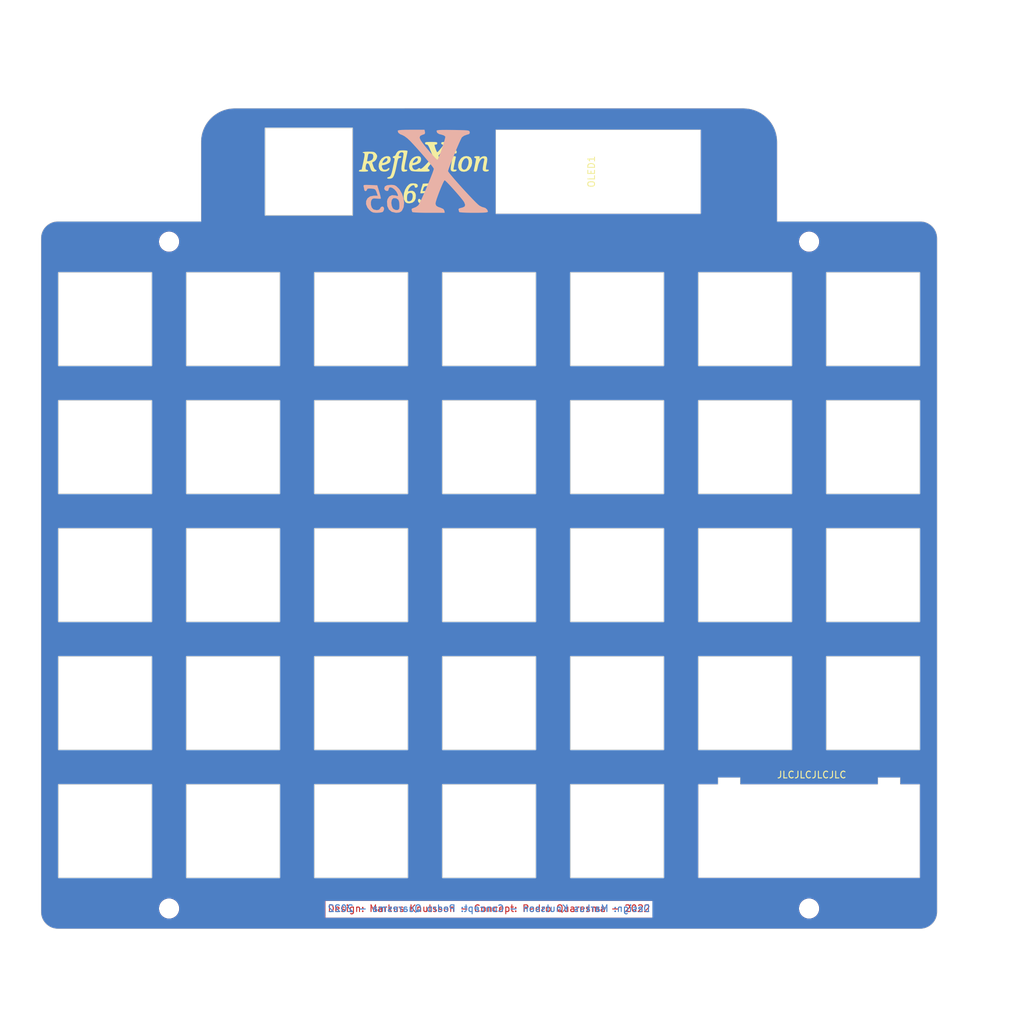
<source format=kicad_pcb>
(kicad_pcb (version 20221018) (generator pcbnew)
  (title_block (title "RefleXion X65 - Front Plate") (date "2024-02-09") (rev "1.10") (company "Tweety's Wild Thinking") (comment 1 "Design: Markus Knutsson <markus.knutsson@tweety.se>") (comment 2 "Concept: Pedro Quaresma <pq@live.ie>") (comment 3 "https://github.com/TweetyDaBird") (comment 4 "Licensed under Creative Commons BY-SA 4.0 International"))
  (layers (0 "F.Cu" signal) (31 "B.Cu" signal) (34 "B.Paste" user) (35 "F.Paste" user) (36 "B.SilkS" user "B.Silkscreen") (37 "F.SilkS" user "F.Silkscreen") (38 "B.Mask" user) (39 "F.Mask" user) (44 "Edge.Cuts" user))
  (net 0 "")
  (footprint "Keyboard_Plate:Spacer Plate hole" (layer "F.Cu") (at 158.515 35.965)
    (fp_text reference "H3" hide)
    (fp_text value "Spacer_PCB" hide)
    (pad "" np_thru_hole circle (at 0 0) (size 2.5 2.5) (drill 2.5) (layers "*.Cu" "*.Mask"))
  )
  (footprint "Keyboard_Plate:SW_MX_Plate_Placeholder_nodrill" (layer "F.Cu") (at 129.94 123.69)
    (fp_text reference "SW33" hide)
    (fp_text value "SW_Push" hide)
    (fp_line (start -6.95 -6.95) (end -6.95 6.95) (stroke (width 0.1)) (layer "Edge.Cuts"))
    (fp_line (start -6.95 6.95) (end 6.95 6.95) (stroke (width 0.1)) (layer "Edge.Cuts"))
    (fp_line (start 6.95 -6.95) (end -6.95 -6.95) (stroke (width 0.1)) (layer "Edge.Cuts"))
    (fp_line (start 6.95 6.95) (end 6.95 -6.95) (stroke (width 0.1)) (layer "Edge.Cuts"))
  )
  (footprint "Keyboard_Plate:SW_MX_Plate_Placeholder_nodrill" (layer "F.Cu") (at 110.89 66.54)
    (fp_text reference "SW11" hide)
    (fp_text value "SW_Push" hide)
    (fp_line (start -6.95 -6.95) (end -6.95 6.95) (stroke (width 0.1)) (layer "Edge.Cuts"))
    (fp_line (start -6.95 6.95) (end 6.95 6.95) (stroke (width 0.1)) (layer "Edge.Cuts"))
    (fp_line (start 6.95 -6.95) (end -6.95 -6.95) (stroke (width 0.1)) (layer "Edge.Cuts"))
    (fp_line (start 6.95 6.95) (end 6.95 -6.95) (stroke (width 0.1)) (layer "Edge.Cuts"))
  )
  (footprint "Keyboard_Plate:SW_MX_Plate_Placeholder_nodrill" (layer "F.Cu") (at 72.79 123.69)
    (fp_text reference "SW30" hide)
    (fp_text value "SW_Push" hide)
    (fp_line (start -6.95 -6.95) (end -6.95 6.95) (stroke (width 0.1)) (layer "Edge.Cuts"))
    (fp_line (start -6.95 6.95) (end 6.95 6.95) (stroke (width 0.1)) (layer "Edge.Cuts"))
    (fp_line (start 6.95 -6.95) (end -6.95 -6.95) (stroke (width 0.1)) (layer "Edge.Cuts"))
    (fp_line (start 6.95 6.95) (end 6.95 -6.95) (stroke (width 0.1)) (layer "Edge.Cuts"))
  )
  (footprint "Keyboard_Plate:SW_MX_Plate_Placeholder_nodrill" (layer "F.Cu") (at 110.89 123.69)
    (fp_text reference "SW32" hide)
    (fp_text value "SW_Push" hide)
    (fp_line (start -6.95 -6.95) (end -6.95 6.95) (stroke (width 0.1)) (layer "Edge.Cuts"))
    (fp_line (start -6.95 6.95) (end 6.95 6.95) (stroke (width 0.1)) (layer "Edge.Cuts"))
    (fp_line (start 6.95 -6.95) (end -6.95 -6.95) (stroke (width 0.1)) (layer "Edge.Cuts"))
    (fp_line (start 6.95 6.95) (end 6.95 -6.95) (stroke (width 0.1)) (layer "Edge.Cuts"))
  )
  (footprint "Keyboard_Plate:SW_MX_Plate_Placeholder_nodrill" (layer "F.Cu") (at 91.84 47.49)
    (fp_text reference "SW3" hide)
    (fp_text value "SW_Push" hide)
    (fp_line (start -6.95 -6.95) (end -6.95 6.95) (stroke (width 0.1)) (layer "Edge.Cuts"))
    (fp_line (start -6.95 6.95) (end 6.95 6.95) (stroke (width 0.1)) (layer "Edge.Cuts"))
    (fp_line (start 6.95 -6.95) (end -6.95 -6.95) (stroke (width 0.1)) (layer "Edge.Cuts"))
    (fp_line (start 6.95 6.95) (end 6.95 -6.95) (stroke (width 0.1)) (layer "Edge.Cuts"))
  )
  (footprint "Keyboard_Plate:Spacer Plate hole" (layer "F.Cu") (at 158.515 135.215)
    (fp_text reference "H4" hide)
    (fp_text value "Spacer_PCB" hide)
    (pad "" np_thru_hole circle (at 0 0) (size 2.5 2.5) (drill 2.5) (layers "*.Cu" "*.Mask"))
  )
  (footprint "Keyboard_Plate:SW_MX_Plate_Placeholder_nodrill" (layer "F.Cu") (at 148.99 104.64)
    (fp_text reference "SW27" hide)
    (fp_text value "SW_Push" hide)
    (fp_line (start -6.95 -6.95) (end -6.95 6.95) (stroke (width 0.1)) (layer "Edge.Cuts"))
    (fp_line (start -6.95 6.95) (end 6.95 6.95) (stroke (width 0.1)) (layer "Edge.Cuts"))
    (fp_line (start 6.95 -6.95) (end -6.95 -6.95) (stroke (width 0.1)) (layer "Edge.Cuts"))
    (fp_line (start 6.95 6.95) (end 6.95 -6.95) (stroke (width 0.1)) (layer "Edge.Cuts"))
  )
  (footprint "Keyboard_Plate:SW_MX_Plate_Placeholder_nodrill" (layer "F.Cu") (at 91.84 123.69)
    (fp_text reference "SW31" hide)
    (fp_text value "SW_Push" hide)
    (fp_line (start -6.95 -6.95) (end -6.95 6.95) (stroke (width 0.1)) (layer "Edge.Cuts"))
    (fp_line (start -6.95 6.95) (end 6.95 6.95) (stroke (width 0.1)) (layer "Edge.Cuts"))
    (fp_line (start 6.95 -6.95) (end -6.95 -6.95) (stroke (width 0.1)) (layer "Edge.Cuts"))
    (fp_line (start 6.95 6.95) (end 6.95 -6.95) (stroke (width 0.1)) (layer "Edge.Cuts"))
  )
  (footprint "Keyboard_Plate:SW_MX_Plate_Placeholder_nodrill" (layer "F.Cu") (at 148.99 66.54)
    (fp_text reference "SW13" hide)
    (fp_text value "SW_Push" hide)
    (fp_line (start -6.95 -6.95) (end -6.95 6.95) (stroke (width 0.1)) (layer "Edge.Cuts"))
    (fp_line (start -6.95 6.95) (end 6.95 6.95) (stroke (width 0.1)) (layer "Edge.Cuts"))
    (fp_line (start 6.95 -6.95) (end -6.95 -6.95) (stroke (width 0.1)) (layer "Edge.Cuts"))
    (fp_line (start 6.95 6.95) (end 6.95 -6.95) (stroke (width 0.1)) (layer "Edge.Cuts"))
  )
  (footprint "Keyboard_Plate:SW_MX_Plate_Placeholder_nodrill" (layer "F.Cu") (at 53.74 66.54)
    (fp_text reference "SW8" hide)
    (fp_text value "SW_Push" hide)
    (fp_line (start -6.95 -6.95) (end -6.95 6.95) (stroke (width 0.1)) (layer "Edge.Cuts"))
    (fp_line (start -6.95 6.95) (end 6.95 6.95) (stroke (width 0.1)) (layer "Edge.Cuts"))
    (fp_line (start 6.95 -6.95) (end -6.95 -6.95) (stroke (width 0.1)) (layer "Edge.Cuts"))
    (fp_line (start 6.95 6.95) (end 6.95 -6.95) (stroke (width 0.1)) (layer "Edge.Cuts"))
  )
  (footprint "Keyboard_Plate:SW_MX_Plate_Placeholder_nodrill" (layer "F.Cu") (at 72.79 66.54)
    (fp_text reference "SW9" hide)
    (fp_text value "SW_Push" hide)
    (fp_line (start -6.95 -6.95) (end -6.95 6.95) (stroke (width 0.1)) (layer "Edge.Cuts"))
    (fp_line (start -6.95 6.95) (end 6.95 6.95) (stroke (width 0.1)) (layer "Edge.Cuts"))
    (fp_line (start 6.95 -6.95) (end -6.95 -6.95) (stroke (width 0.1)) (layer "Edge.Cuts"))
    (fp_line (start 6.95 6.95) (end 6.95 -6.95) (stroke (width 0.1)) (layer "Edge.Cuts"))
  )
  (footprint "Keyboard_Plate:SW_MX_Plate_Placeholder_nodrill" (layer "F.Cu") (at 148.99 85.59)
    (fp_text reference "SW20" hide)
    (fp_text value "SW_Push" hide)
    (fp_line (start -6.95 -6.95) (end -6.95 6.95) (stroke (width 0.1)) (layer "Edge.Cuts"))
    (fp_line (start -6.95 6.95) (end 6.95 6.95) (stroke (width 0.1)) (layer "Edge.Cuts"))
    (fp_line (start 6.95 -6.95) (end -6.95 -6.95) (stroke (width 0.1)) (layer "Edge.Cuts"))
    (fp_line (start 6.95 6.95) (end 6.95 -6.95) (stroke (width 0.1)) (layer "Edge.Cuts"))
  )
  (footprint "Keyboard_Plate:SW_MX_Plate_Placeholder_nodrill" (layer "F.Cu") (at 110.89 85.59)
    (fp_text reference "SW18" hide)
    (fp_text value "SW_Push" hide)
    (fp_line (start -6.95 -6.95) (end -6.95 6.95) (stroke (width 0.1)) (layer "Edge.Cuts"))
    (fp_line (start -6.95 6.95) (end 6.95 6.95) (stroke (width 0.1)) (layer "Edge.Cuts"))
    (fp_line (start 6.95 -6.95) (end -6.95 -6.95) (stroke (width 0.1)) (layer "Edge.Cuts"))
    (fp_line (start 6.95 6.95) (end 6.95 -6.95) (stroke (width 0.1)) (layer "Edge.Cuts"))
  )
  (footprint "Keyboard_Plate:SW_MX_Plate_Placeholder_nodrill" (layer "F.Cu") (at 129.94 66.54)
    (fp_text reference "SW12" hide)
    (fp_text value "SW_Push" hide)
    (fp_line (start -6.95 -6.95) (end -6.95 6.95) (stroke (width 0.1)) (layer "Edge.Cuts"))
    (fp_line (start -6.95 6.95) (end 6.95 6.95) (stroke (width 0.1)) (layer "Edge.Cuts"))
    (fp_line (start 6.95 -6.95) (end -6.95 -6.95) (stroke (width 0.1)) (layer "Edge.Cuts"))
    (fp_line (start 6.95 6.95) (end 6.95 -6.95) (stroke (width 0.1)) (layer "Edge.Cuts"))
  )
  (footprint "Keyboard_Plate:Spacer Plate hole" (layer "F.Cu") (at 63.265 35.965)
    (fp_text reference "H1" hide)
    (fp_text value "Spacer_PCB" hide)
    (pad "" np_thru_hole circle (at 0 0) (size 2.5 2.5) (drill 2.5) (layers "*.Cu" "*.Mask"))
  )
  (footprint "Keyboard_Plate:SW_MX_Plate_Placeholder_nodrill" (layer "F.Cu") (at 110.89 47.49)
    (fp_text reference "SW4" hide)
    (fp_text value "SW_Push" hide)
    (fp_line (start -6.95 -6.95) (end -6.95 6.95) (stroke (width 0.1)) (layer "Edge.Cuts"))
    (fp_line (start -6.95 6.95) (end 6.95 6.95) (stroke (width 0.1)) (layer "Edge.Cuts"))
    (fp_line (start 6.95 -6.95) (end -6.95 -6.95) (stroke (width 0.1)) (layer "Edge.Cuts"))
    (fp_line (start 6.95 6.95) (end 6.95 -6.95) (stroke (width 0.1)) (layer "Edge.Cuts"))
  )
  (footprint "Logotypes:RefleXion 652" (layer "F.Cu") (at 101.07 25.55)
    (fp_text reference "G***" hide)
    (fp_text value "LOGO" hide)
    (fp_poly (pts (xy 4.948081 -3.133288) (xy 5.0023 -2.972048) (xy 5.003031 -2.93447) (xy 4.962526 -2.750599) (xy 4.806804 -2.694622) (xy 4.772794 -2.693939) (xy 4.578038 -2.7384) (xy 4.49833 -2.814205) (xy 4.491573 -3.033008) (xy 4.642838 -3.157833) (xy 4.770518 -3.175)) (fill solid) (layer "F.SilkS"))
    (fp_poly (pts (xy 4.740526 -2.300615) (xy 4.858043 -2.258326) (xy 4.87317 -2.156938) (xy 4.860253 -2.092614) (xy 4.791011 -1.779664) (xy 4.7133 -1.406547) (xy 4.637401 -1.025702) (xy 4.573598 -0.689571) (xy 4.532173 -0.450594) (xy 4.52197 -0.367342) (xy 4.6018 -0.307247) (xy 4.7625 -0.312184) (xy 4.955177 -0.309011) (xy 5.003031 -0.237482) (xy 4.923011 -0.094406) (xy 4.728013 -0.016195) (xy 4.485625 -0.006921) (xy 4.263439 -0.070655) (xy 4.140808 -0.185536) (xy 4.097992 -0.371952) (xy 4.11397 -0.682817) (xy 4.185513 -1.123604) (xy 4.264444 -1.539563) (xy 4.3081 -1.801788) (xy 4.316471 -1.94571) (xy 4.289546 -2.00676) (xy 4.227312 -2.020369) (xy 4.185228 -2.020455) (xy 4.057673 -2.097469) (xy 4.040909 -2.164773) (xy 4.097346 -2.259714) (xy 4.289399 -2.303094) (xy 4.475697 -2.309091)) (fill solid) (layer "F.SilkS"))
    (fp_poly (pts (xy 6.786528 -2.274354) (xy 7.073144 -2.100694) (xy 7.112714 -2.055586) (xy 7.274499 -1.70462) (xy 7.295062 -1.283918) (xy 7.183754 -0.843557) (xy 6.949925 -0.433613) (xy 6.773785 -0.240458) (xy 6.454628 -0.050163) (xy 6.082415 0.018209) (xy 5.721049 -0.034737) (xy 5.434432 -0.208397) (xy 5.394862 -0.253505) (xy 5.233077 -0.604471) (xy 5.212514 -1.025173) (xy 5.212605 -1.025532) (xy 5.729648 -1.025532) (xy 5.732361 -0.678482) (xy 5.770926 -0.533905) (xy 5.926191 -0.335834) (xy 6.147282 -0.287079) (xy 6.378018 -0.388154) (xy 6.50189 -0.52722) (xy 6.682562 -0.891695) (xy 6.770574 -1.262329) (xy 6.768632 -1.598401) (xy 6.67944 -1.859193) (xy 6.505702 -2.003986) (xy 6.402706 -2.020455) (xy 6.175224 -1.932761) (xy 5.972764 -1.703694) (xy 5.817011 -1.384277) (xy 5.729648 -1.025532) (xy 5.212605 -1.025532) (xy 5.323822 -1.465534) (xy 5.557651 -1.875478) (xy 5.733791 -2.068633) (xy 6.052948 -2.258928) (xy 6.425161 -2.3273)) (fill solid) (layer "F.SilkS"))
    (fp_poly (pts (xy -5.12861 -2.300011) (xy -4.92606 -2.193636) (xy -4.82404 -1.97241) (xy -4.831767 -1.685259) (xy -4.941939 -1.418986) (xy -4.996783 -1.353217) (xy -5.220077 -1.204994) (xy -5.543199 -1.069051) (xy -5.874815 -0.97967) (xy -6.03731 -0.962658) (xy -6.138601 -0.920377) (xy -6.140471 -0.772806) (xy -6.063745 -0.53543) (xy -5.933852 -0.344767) (xy -5.705337 -0.288736) (xy -5.690677 -0.288636) (xy -5.445801 -0.335685) (xy -5.291666 -0.432955) (xy -5.134643 -0.561808) (xy -5.026888 -0.542688) (xy -5.00303 -0.447866) (xy -5.088028 -0.244903) (xy -5.307481 -0.096157) (xy -5.608081 -0.01376) (xy -5.936516 -0.009845) (xy -6.239479 -0.096541) (xy -6.324751 -0.147084) (xy -6.532569 -0.400845) (xy -6.619 -0.751747) (xy -6.589637 -1.15235) (xy -6.527428 -1.331924) (xy -6.061004 -1.331924) (xy -5.988648 -1.296174) (xy -5.815979 -1.332545) (xy -5.610942 -1.419799) (xy -5.460038 -1.519768) (xy -5.3185 -1.711679) (xy -5.301276 -1.893905) (xy -5.405365 -2.007443) (xy -5.485505 -2.020455) (xy -5.641063 -1.945188) (xy -5.825773 -1.763775) (xy -5.983984 -1.542801) (xy -6.060042 -1.348848) (xy -6.061004 -1.331924) (xy -6.527428 -1.331924) (xy -6.450074 -1.555215) (xy -6.205904 -1.912903) (xy -6.104933 -2.011531) (xy -5.789033 -2.211095) (xy -5.443403 -2.310373)) (fill solid) (layer "F.SilkS"))
    (fp_poly (pts (xy 1.310127 1.745864) (xy 1.411112 1.780093) (xy 1.42922 1.852514) (xy 1.408728 1.944026) (xy 1.360904 2.168892) (xy 1.348284 2.285038) (xy 1.269472 2.391612) (xy 1.202652 2.405303) (xy 1.076354 2.327875) (xy 1.058334 2.255713) (xy 1.01693 2.164135) (xy 0.864743 2.128975) (xy 0.610504 2.135448) (xy 0.332028 2.165601) (xy 0.178756 2.238999) (xy 0.083487 2.401458) (xy 0.038268 2.525568) (xy -0.086139 2.886364) (xy 0.325008 2.886364) (xy 0.718988 2.961311) (xy 0.996961 3.161974) (xy 1.146787 3.452085) (xy 1.156324 3.795377) (xy 1.013433 4.155581) (xy 0.827425 4.387273) (xy 0.607667 4.58343) (xy 0.404212 4.680708) (xy 0.130585 4.712517) (xy -0.019242 4.714394) (xy -0.332507 4.694144) (xy -0.572824 4.642235) (xy -0.654242 4.598939) (xy -0.74745 4.414639) (xy -0.769697 4.262197) (xy -0.705555 4.089454) (xy -0.563182 4.03825) (xy -0.417658 4.113836) (xy -0.356971 4.233333) (xy -0.231701 4.379101) (xy 0.003253 4.428617) (xy 0.286674 4.374061) (xy 0.387034 4.328376) (xy 0.54392 4.149861) (xy 0.632502 3.866975) (xy 0.636869 3.560502) (xy 0.576572 3.366114) (xy 0.475686 3.232786) (xy 0.323525 3.183833) (xy 0.052792 3.198256) (xy 0.042388 3.19942) (xy -0.22131 3.21953) (xy -0.391922 3.214558) (xy -0.418944 3.205046) (xy -0.413037 3.099812) (xy -0.35934 2.859662) (xy -0.268941 2.532877) (xy -0.250558 2.471647) (xy -0.040496 1.779924) (xy 0.713681 1.751602) (xy 1.089804 1.739732)) (fill solid) (layer "F.SilkS"))
    (fp_poly (pts (xy -1.07053 1.775704) (xy -0.840924 1.908117) (xy -0.779335 2.130188) (xy -0.786788 2.184204) (xy -0.897361 2.333336) (xy -1.035263 2.387942) (xy -1.204191 2.369377) (xy -1.250757 2.220455) (xy -1.250757 2.21957) (xy -1.307281 2.047413) (xy -1.45297 2.003163) (xy -1.651999 2.068422) (xy -1.868542 2.224793) (xy -2.066775 2.453882) (xy -2.199897 2.70697) (xy -2.254141 2.871998) (xy -2.215477 2.92224) (xy -2.0442 2.883107) (xy -1.963267 2.858429) (xy -1.606113 2.83174) (xy -1.318438 2.971229) (xy -1.130511 3.254683) (xy -1.07584 3.509624) (xy -1.106321 3.99774) (xy -1.280834 4.370526) (xy -1.587406 4.613659) (xy -2.014063 4.712816) (xy -2.082985 4.714394) (xy -2.385602 4.684339) (xy -2.588689 4.569882) (xy -2.686956 4.460889) (xy -2.852119 4.10839) (xy -2.860444 4.030911) (xy -2.394872 4.030911) (xy -2.377346 4.250014) (xy -2.366286 4.292446) (xy -2.235952 4.406896) (xy -2.024688 4.414926) (xy -1.805742 4.325245) (xy -1.689167 4.211926) (xy -1.587339 3.969934) (xy -1.539847 3.666727) (xy -1.539394 3.638038) (xy -1.596187 3.321398) (xy -1.756606 3.158461) (xy -2.005711 3.160254) (xy -2.122759 3.20753) (xy -2.283496 3.332249) (xy -2.363638 3.540169) (xy -2.38732 3.741477) (xy -2.394872 4.030911) (xy -2.860444 4.030911) (xy -2.900303 3.659969) (xy -2.839668 3.165879) (xy -2.678371 2.676373) (xy -2.424573 2.241705) (xy -2.303529 2.099211) (xy -2.072076 1.877901) (xy -1.871709 1.769051) (xy -1.614505 1.733915) (xy -1.469859 1.731818)) (fill solid) (layer "F.SilkS"))
    (fp_poly (pts (xy 9.353302 -2.266293) (xy 9.50413 -2.123375) (xy 9.554621 -1.858546) (xy 9.512487 -1.450018) (xy 9.47173 -1.242913) (xy 9.382275 -0.801029) (xy 9.342377 -0.516636) (xy 9.353695 -0.360858) (xy 9.417887 -0.304819) (xy 9.524904 -0.316489) (xy 9.707511 -0.313735) (xy 9.791681 -0.226794) (xy 9.735715 -0.108609) (xy 9.705698 -0.086929) (xy 9.454627 -0.008503) (xy 9.173538 -0.025954) (xy 8.959787 -0.131478) (xy 8.944742 -0.147915) (xy 8.884883 -0.264729) (xy 8.871217 -0.446514) (xy 8.903795 -0.740101) (xy 8.945625 -0.989771) (xy 9.012347 -1.346613) (xy 9.072044 -1.635232) (xy 9.112589 -1.797285) (xy 9.114692 -1.803166) (xy 9.077821 -1.930527) (xy 8.990784 -1.987599) (xy 8.793406 -1.969236) (xy 8.584905 -1.796502) (xy 8.390955 -1.503902) (xy 8.237234 -1.125936) (xy 8.17988 -0.89793) (xy 8.09456 -0.481593) (xy 8.027304 -0.219009) (xy 7.960658 -0.07481) (xy 7.877169 -0.013631) (xy 7.759384 -0.000105) (xy 7.73676 0) (xy 7.566707 -0.030121) (xy 7.539116 -0.155598) (xy 7.551111 -0.216477) (xy 7.616858 -0.513688) (xy 7.69266 -0.876722) (xy 7.768136 -1.252983) (xy 7.832906 -1.589872) (xy 7.876589 -1.834792) (xy 7.889394 -1.930532) (xy 7.811372 -2.01034) (xy 7.745076 -2.020455) (xy 7.617521 -2.097469) (xy 7.600758 -2.164773) (xy 7.656638 -2.259262) (xy 7.847172 -2.302768) (xy 8.040196 -2.309091) (xy 8.30607 -2.300867) (xy 8.422469 -2.260862) (xy 8.432144 -2.166079) (xy 8.415546 -2.107169) (xy 8.351459 -1.905246) (xy 8.553381 -2.107169) (xy 8.851072 -2.276059) (xy 9.094427 -2.309091)) (fill solid) (layer "F.SilkS"))
    (fp_poly (pts (xy -2.62831 -3.162058) (xy -2.394519 -3.12758) (xy -2.309091 -3.079142) (xy -2.328113 -2.952229) (xy -2.379893 -2.677765) (xy -2.456502 -2.29627) (xy -2.549126 -1.852438) (xy -2.669645 -1.270446) (xy -2.746493 -0.85094) (xy -2.780207 -0.569127) (xy -2.771323 -0.400215) (xy -2.72038 -0.319414) (xy -2.627914 -0.30193) (xy -2.582617 -0.306642) (xy -2.39086 -0.283787) (xy -2.34062 -0.184583) (xy -2.444435 -0.075483) (xy -2.533 -0.043681) (xy -2.846409 0.009458) (xy -3.065495 -0.025034) (xy -3.196452 -0.164971) (xy -3.245478 -0.428167) (xy -3.218769 -0.832435) (xy -3.12252 -1.39559) (xy -3.078257 -1.611267) (xy -2.996213 -2.036252) (xy -2.940082 -2.399429) (xy -2.916197 -2.654632) (xy -2.922597 -2.745801) (xy -3.054914 -2.874461) (xy -3.256201 -2.885139) (xy -3.453628 -2.789929) (xy -3.562229 -2.63957) (xy -3.638026 -2.421773) (xy -3.622476 -2.329802) (xy -3.491981 -2.30938) (xy -3.41855 -2.309091) (xy -3.247866 -2.275819) (xy -3.236419 -2.164773) (xy -3.365844 -2.050148) (xy -3.508544 -2.020455) (xy -3.605123 -2.005974) (xy -3.680097 -1.941225) (xy -3.746255 -1.794243) (xy -3.816386 -1.533066) (xy -3.903278 -1.125729) (xy -3.940282 -0.941381) (xy -4.090486 -0.245925) (xy -4.231327 0.275979) (xy -4.369334 0.642547) (xy -4.511034 0.871994) (xy -4.623426 0.964928) (xy -4.837561 1.036421) (xy -5.07559 1.058964) (xy -5.273253 1.034888) (xy -5.36629 0.966521) (xy -5.364307 0.938068) (xy -5.247608 0.828997) (xy -5.115548 0.787031) (xy -4.979816 0.74437) (xy -4.868348 0.642677) (xy -4.769342 0.454381) (xy -4.670997 0.151913) (xy -4.561508 -0.292299) (xy -4.465976 -0.730358) (xy -4.357686 -1.244714) (xy -4.287168 -1.600164) (xy -4.252409 -1.826069) (xy -4.251402 -1.951788) (xy -4.282134 -2.006683) (xy -4.342597 -2.020115) (xy -4.377651 -2.020455) (xy -4.505206 -2.097469) (xy -4.521969 -2.164773) (xy -4.442264 -2.283041) (xy -4.336029 -2.309091) (xy -4.158514 -2.394087) (xy -4.08444 -2.525568) (xy -3.96973 -2.758477) (xy -3.820655 -2.958523) (xy -3.682287 -3.077673) (xy -3.504623 -3.14369) (xy -3.230443 -3.171064) (xy -2.965804 -3.175)) (fill solid) (layer "F.SilkS"))
    (fp_poly (pts (xy -7.711001 -2.977285) (xy -7.443693 -2.953823) (xy -7.26721 -2.900807) (xy -7.130809 -2.806854) (xy -7.067217 -2.746419) (xy -6.904532 -2.527939) (xy -6.831375 -2.319436) (xy -6.83106 -2.308686) (xy -6.896813 -1.997092) (xy -7.06309 -1.7083) (xy -7.283421 -1.513998) (xy -7.367715 -1.480811) (xy -7.539148 -1.394055) (xy -7.565252 -1.297008) (xy -7.509836 -1.133293) (xy -7.427197 -0.869549) (xy -7.395744 -0.765617) (xy -7.274325 -0.481346) (xy -7.130803 -0.323691) (xy -7.100245 -0.311427) (xy -6.938082 -0.221538) (xy -6.936242 -0.111277) (xy -7.073516 -0.024099) (xy -7.252234 0) (xy -7.491415 -0.023784) (xy -7.656407 -0.120374) (xy -7.781918 -0.327632) (xy -7.902659 -0.683417) (xy -7.913777 -0.721591) (xy -8.030942 -1.040174) (xy -8.160192 -1.199552) (xy -8.246739 -1.23169) (xy -8.395212 -1.206845) (xy -8.480548 -1.046303) (xy -8.501749 -0.95508) (xy -8.557466 -0.597346) (xy -8.543156 -0.389375) (xy -8.452558 -0.299376) (xy -8.370454 -0.288636) (xy -8.213745 -0.228478) (xy -8.17803 -0.144318) (xy -8.215935 -0.068057) (xy -8.352873 -0.02336) (xy -8.623681 -0.003228) (xy -8.896601 0) (xy -9.266147 -0.005925) (xy -9.476961 -0.028553) (xy -9.562507 -0.075167) (xy -9.559793 -0.144318) (xy -9.428586 -0.266003) (xy -9.322282 -0.288636) (xy -9.171322 -0.303466) (xy -9.140151 -0.322169) (xy -9.120609 -0.423683) (xy -9.067465 -0.674686) (xy -8.988948 -1.036844) (xy -8.897902 -1.450953) (xy -8.851382 -1.671412) (xy -8.340382 -1.671412) (xy -8.320519 -1.561764) (xy -8.141301 -1.552901) (xy -7.807436 -1.645054) (xy -7.806959 -1.64522) (xy -7.5377 -1.822256) (xy -7.417761 -2.116634) (xy -7.424412 -2.41957) (xy -7.485395 -2.578753) (xy -7.646424 -2.65437) (xy -7.805544 -2.674997) (xy -8.017584 -2.683774) (xy -8.128937 -2.632168) (xy -8.186334 -2.472935) (xy -8.222185 -2.253795) (xy -8.273062 -1.956188) (xy -8.323032 -1.728163) (xy -8.340382 -1.671412) (xy -8.851382 -1.671412) (xy -8.785634 -1.982994) (xy -8.723386 -2.355781) (xy -8.711244 -2.595894) (xy -8.749296 -2.729911) (xy -8.837628 -2.784411) (xy -8.902279 -2.790152) (xy -9.004184 -2.836046) (xy -8.995833 -2.886364) (xy -8.878534 -2.930191) (xy -8.617465 -2.963563) (xy -8.261212 -2.981141) (xy -8.119872 -2.982576)) (fill solid) (layer "F.SilkS"))
    (fp_poly (pts (xy 3.858711 -4.418934) (xy 4.095806 -4.39421) (xy 4.209019 -4.345204) (xy 4.233334 -4.281715) (xy 4.153336 -4.146587) (xy 3.960237 -4.019941) (xy 3.953811 -4.017132) (xy 3.771978 -3.896906) (xy 3.504442 -3.668764) (xy 3.192376 -3.369465) (xy 2.975088 -3.143346) (xy 2.275886 -2.390101) (xy 2.657031 -1.459634) (xy 2.879545 -0.954864) (xy 3.06396 -0.623658) (xy 3.217995 -0.452688) (xy 3.250906 -0.434193) (xy 3.416202 -0.297248) (xy 3.463637 -0.16961) (xy 3.443558 -0.09052) (xy 3.36012 -0.040442) (xy 3.178524 -0.012968) (xy 2.863968 -0.00169) (xy 2.542567 0) (xy 2.115293 -0.003358) (xy 1.846807 -0.017672) (xy 1.703525 -0.049303) (xy 1.651864 -0.104611) (xy 1.653588 -0.168371) (xy 1.763389 -0.313797) (xy 1.901173 -0.367487) (xy 2.041177 -0.409819) (xy 2.100799 -0.508247) (xy 2.080182 -0.697067) (xy 1.979473 -1.010577) (xy 1.904737 -1.210168) (xy 1.692808 -1.763974) (xy 1.183147 -1.203154) (xy 0.871621 -0.83597) (xy 0.708655 -0.581359) (xy 0.691456 -0.43307) (xy 0.817234 -0.384849) (xy 0.817803 -0.384848) (xy 0.935346 -0.304693) (xy 0.962122 -0.192966) (xy 0.951795 -0.115575) (xy 0.900644 -0.06255) (xy 0.778415 -0.029498) (xy 0.554849 -0.012023) (xy 0.199693 -0.005733) (xy -0.317311 -0.006233) (xy -0.323494 -0.006258) (xy -0.902533 -0.014573) (xy -1.317924 -0.035997) (xy -1.598166 -0.073337) (xy -1.771759 -0.1294) (xy -1.810941 -0.152799) (xy -2.014303 -0.403472) (xy -2.097791 -0.752115) (xy -2.067258 -1.151024) (xy -2.004759 -1.331924) (xy -1.539034 -1.331924) (xy -1.466678 -1.296174) (xy -1.294009 -1.332545) (xy -1.088973 -1.419799) (xy -0.938068 -1.519768) (xy -0.79653 -1.711679) (xy -0.779306 -1.893905) (xy -0.883395 -2.007443) (xy -0.963535 -2.020455) (xy -1.119093 -1.945188) (xy -1.303803 -1.763775) (xy -1.462014 -1.542801) (xy -1.538072 -1.348848) (xy -1.539034 -1.331924) (xy -2.004759 -1.331924) (xy -1.928554 -1.552497) (xy -1.68753 -1.90883) (xy -1.582963 -2.011531) (xy -1.267063 -2.211095) (xy -0.921434 -2.310373) (xy -0.606641 -2.300011) (xy -0.404091 -2.193636) (xy -0.30207 -1.97241) (xy -0.309798 -1.685259) (xy -0.419969 -1.418986) (xy -0.474813 -1.353217) (xy -0.698107 -1.204994) (xy -1.021229 -1.069051) (xy -1.352845 -0.97967) (xy -1.515341 -0.962658) (xy -1.616632 -0.920377) (xy -1.618501 -0.772806) (xy -1.541775 -0.53543) (xy -1.382003 -0.343765) (xy -1.136862 -0.285601) (xy -0.865187 -0.367029) (xy -0.747346 -0.453182) (xy -0.597157 -0.557231) (xy -0.504235 -0.516154) (xy -0.487422 -0.491354) (xy -0.400098 -0.422193) (xy -0.266726 -0.449437) (xy -0.070402 -0.585703) (xy 0.205781 -0.843605) (xy 0.578729 -1.235757) (xy 0.725726 -1.396566) (xy 1.474674 -2.221519) (xy 1.154214 -3.010949) (xy 0.96901 -3.456819) (xy 0.83113 -3.752558) (xy 0.720545 -3.928288) (xy 0.617223 -4.014128) (xy 0.501134 -4.040199) (xy 0.46928 -4.040909) (xy 0.31715 -4.114421) (xy 0.288637 -4.233333) (xy 0.302439 -4.322768) (xy 0.36764 -4.379213) (xy 0.519936 -4.410182) (xy 0.79502 -4.423191) (xy 1.202652 -4.425758) (xy 1.627466 -4.422852) (xy 1.895579 -4.409125) (xy 2.042684 -4.377063) (xy 2.104476 -4.31915) (xy 2.116667 -4.233333) (xy 2.047713 -4.071093) (xy 1.940278 -4.040909) (xy 1.764486 -4.015929) (xy 1.712169 -3.989188) (xy 1.714625 -3.880702) (xy 1.772185 -3.661021) (xy 1.862798 -3.391467) (xy 1.96441 -3.133365) (xy 2.054968 -2.948038) (xy 2.10621 -2.893447) (xy 2.203626 -2.968307) (xy 2.374781 -3.148854) (xy 2.578964 -3.386088) (xy 2.775465 -3.631008) (xy 2.923571 -3.834616) (xy 2.982573 -3.947909) (xy 2.982576 -3.948257) (xy 2.904594 -4.030474) (xy 2.838258 -4.040909) (xy 2.720726 -4.121121) (xy 2.69394 -4.233333) (xy 2.710009 -4.329207) (xy 2.784021 -4.386667) (xy 2.954683 -4.415389) (xy 3.2607 -4.42505) (xy 3.463637 -4.425758)) (fill solid) (layer "F.SilkS"))
  )
  (footprint "Keyboard_Plate:SW_MX_Plate_Placeholder_nodrill" (layer "F.Cu") (at 72.79 85.59)
    (fp_text reference "SW16" hide)
    (fp_text value "SW_Push" hide)
    (fp_line (start -6.95 -6.95) (end -6.95 6.95) (stroke (width 0.1)) (layer "Edge.Cuts"))
    (fp_line (start -6.95 6.95) (end 6.95 6.95) (stroke (width 0.1)) (layer "Edge.Cuts"))
    (fp_line (start 6.95 -6.95) (end -6.95 -6.95) (stroke (width 0.1)) (layer "Edge.Cuts"))
    (fp_line (start 6.95 6.95) (end 6.95 -6.95) (stroke (width 0.1)) (layer "Edge.Cuts"))
  )
  (footprint "Keyboard_Plate:SW_MX_Plate_Placeholder_nodrill" (layer "F.Cu") (at 91.84 85.59)
    (fp_text reference "SW17" hide)
    (fp_text value "SW_Push" hide)
    (fp_line (start -6.95 -6.95) (end -6.95 6.95) (stroke (width 0.1)) (layer "Edge.Cuts"))
    (fp_line (start -6.95 6.95) (end 6.95 6.95) (stroke (width 0.1)) (layer "Edge.Cuts"))
    (fp_line (start 6.95 -6.95) (end -6.95 -6.95) (stroke (width 0.1)) (layer "Edge.Cuts"))
    (fp_line (start 6.95 6.95) (end 6.95 -6.95) (stroke (width 0.1)) (layer "Edge.Cuts"))
  )
  (footprint "Keyboard_Plate:SW_MX_Plate_Placeholder_nodrill" (layer "F.Cu") (at 53.74 85.59)
    (fp_text reference "SW15" hide)
    (fp_text value "SW_Push" hide)
    (fp_line (start -6.95 -6.95) (end -6.95 6.95) (stroke (width 0.1)) (layer "Edge.Cuts"))
    (fp_line (start -6.95 6.95) (end 6.95 6.95) (stroke (width 0.1)) (layer "Edge.Cuts"))
    (fp_line (start 6.95 -6.95) (end -6.95 -6.95) (stroke (width 0.1)) (layer "Edge.Cuts"))
    (fp_line (start 6.95 6.95) (end 6.95 -6.95) (stroke (width 0.1)) (layer "Edge.Cuts"))
  )
  (footprint "Keyboard_Plate:SW_MX_Plate_Placeholder_nodrill" (layer "F.Cu") (at 168.04 104.64)
    (fp_text reference "SW28" hide)
    (fp_text value "SW_Push" hide)
    (fp_line (start -6.95 -6.95) (end -6.95 6.95) (stroke (width 0.1)) (layer "Edge.Cuts"))
    (fp_line (start -6.95 6.95) (end 6.95 6.95) (stroke (width 0.1)) (layer "Edge.Cuts"))
    (fp_line (start 6.95 -6.95) (end -6.95 -6.95) (stroke (width 0.1)) (layer "Edge.Cuts"))
    (fp_line (start 6.95 6.95) (end 6.95 -6.95) (stroke (width 0.1)) (layer "Edge.Cuts"))
  )
  (footprint "Keyboard_Plate:SW_MX_Plate_Placeholder_nodrill" (layer "F.Cu") (at 72.79 104.64)
    (fp_text reference "SW23" hide)
    (fp_text value "SW_Push" hide)
    (fp_line (start -6.95 -6.95) (end -6.95 6.95) (stroke (width 0.1)) (layer "Edge.Cuts"))
    (fp_line (start -6.95 6.95) (end 6.95 6.95) (stroke (width 0.1)) (layer "Edge.Cuts"))
    (fp_line (start 6.95 -6.95) (end -6.95 -6.95) (stroke (width 0.1)) (layer "Edge.Cuts"))
    (fp_line (start 6.95 6.95) (end 6.95 -6.95) (stroke (width 0.1)) (layer "Edge.Cuts"))
  )
  (footprint "Keyboard_Plate:SW_MX_Plate_Placeholder_nodrill" (layer "F.Cu") (at 168.04 66.54)
    (fp_text reference "SW14" hide)
    (fp_text value "SW_Push" hide)
    (fp_line (start -6.95 -6.95) (end -6.95 6.95) (stroke (width 0.1)) (layer "Edge.Cuts"))
    (fp_line (start -6.95 6.95) (end 6.95 6.95) (stroke (width 0.1)) (layer "Edge.Cuts"))
    (fp_line (start 6.95 -6.95) (end -6.95 -6.95) (stroke (width 0.1)) (layer "Edge.Cuts"))
    (fp_line (start 6.95 6.95) (end 6.95 -6.95) (stroke (width 0.1)) (layer "Edge.Cuts"))
  )
  (footprint "Keyboard_Plate:SW_MX_Plate_Placeholder_nodrill" (layer "F.Cu") (at 129.94 85.59)
    (fp_text reference "SW19" hide)
    (fp_text value "SW_Push" hide)
    (fp_line (start -6.95 -6.95) (end -6.95 6.95) (stroke (width 0.1)) (layer "Edge.Cuts"))
    (fp_line (start -6.95 6.95) (end 6.95 6.95) (stroke (width 0.1)) (layer "Edge.Cuts"))
    (fp_line (start 6.95 -6.95) (end -6.95 -6.95) (stroke (width 0.1)) (layer "Edge.Cuts"))
    (fp_line (start 6.95 6.95) (end 6.95 -6.95) (stroke (width 0.1)) (layer "Edge.Cuts"))
  )
  (footprint "Keyboard_Plate:SW_MX_Plate_Placeholder_nodrill" (layer "F.Cu") (at 72.79 47.49)
    (fp_text reference "SW2" hide)
    (fp_text value "SW_Push" hide)
    (fp_line (start -6.95 -6.95) (end -6.95 6.95) (stroke (width 0.1)) (layer "Edge.Cuts"))
    (fp_line (start -6.95 6.95) (end 6.95 6.95) (stroke (width 0.1)) (layer "Edge.Cuts"))
    (fp_line (start 6.95 -6.95) (end -6.95 -6.95) (stroke (width 0.1)) (layer "Edge.Cuts"))
    (fp_line (start 6.95 6.95) (end 6.95 -6.95) (stroke (width 0.1)) (layer "Edge.Cuts"))
  )
  (footprint "Keyboard_Plate:SW_MX_Plate_Placeholder_nodrill" (layer "F.Cu") (at 110.89 104.64)
    (fp_text reference "SW25" hide)
    (fp_text value "SW_Push" hide)
    (fp_line (start -6.95 -6.95) (end -6.95 6.95) (stroke (width 0.1)) (layer "Edge.Cuts"))
    (fp_line (start -6.95 6.95) (end 6.95 6.95) (stroke (width 0.1)) (layer "Edge.Cuts"))
    (fp_line (start 6.95 -6.95) (end -6.95 -6.95) (stroke (width 0.1)) (layer "Edge.Cuts"))
    (fp_line (start 6.95 6.95) (end 6.95 -6.95) (stroke (width 0.1)) (layer "Edge.Cuts"))
  )
  (footprint "Keyboard_Plate:SW_MX_Plate_Placeholder_nodrill" (layer "F.Cu") (at 168.04 47.49)
    (fp_text reference "SW7" hide)
    (fp_text value "SW_Push" hide)
    (fp_line (start -6.95 -6.95) (end -6.95 6.95) (stroke (width 0.1)) (layer "Edge.Cuts"))
    (fp_line (start -6.95 6.95) (end 6.95 6.95) (stroke (width 0.1)) (layer "Edge.Cuts"))
    (fp_line (start 6.95 -6.95) (end -6.95 -6.95) (stroke (width 0.1)) (layer "Edge.Cuts"))
    (fp_line (start 6.95 6.95) (end 6.95 -6.95) (stroke (width 0.1)) (layer "Edge.Cuts"))
  )
  (footprint "Keyboard_Plate:Stabilizer_Plate_2_to_1" (layer "F.Cu") (at 158.515 123.69 180)
    (fp_text reference "ST1" hide)
    (fp_text value "Stabilizer_2u_MX")
    (fp_line (start -16.475 -6.95) (end -16.475 6.95) (stroke (width 0.05)) (layer "Edge.Cuts"))
    (fp_line (start -16.475 -6.95) (end 16.475 -6.95) (stroke (width 0.05)) (layer "Edge.Cuts"))
    (fp_line (start -13.55 6.95) (end -16.475 6.95) (stroke (width 0.05)) (layer "Edge.Cuts"))
    (fp_line (start -13.55 7.97) (end -13.55 6.95) (stroke (width 0.05)) (layer "Edge.Cuts"))
    (fp_line (start -10.25 6.95) (end 10.25 6.95) (stroke (width 0.05)) (layer "Edge.Cuts"))
    (fp_line (start -10.25 7.97) (end -13.55 7.97) (stroke (width 0.05)) (layer "Edge.Cuts"))
    (fp_line (start -10.25 7.97) (end -10.25 6.95) (stroke (width 0.05)) (layer "Edge.Cuts"))
    (fp_line (start 10.25 7.97) (end 10.25 6.95) (stroke (width 0.05)) (layer "Edge.Cuts"))
    (fp_line (start 10.25 7.97) (end 13.55 7.97) (stroke (width 0.05)) (layer "Edge.Cuts"))
    (fp_line (start 13.55 6.95) (end 16.475 6.95) (stroke (width 0.05)) (layer "Edge.Cuts"))
    (fp_line (start 13.55 7.97) (end 13.55 6.95) (stroke (width 0.05)) (layer "Edge.Cuts"))
    (fp_line (start 16.475 -6.95) (end 16.475 6.95) (stroke (width 0.05)) (layer "Edge.Cuts"))
  )
  (footprint "Keyboard_Plate:Spacer Plate hole" (layer "F.Cu") (at 63.265 135.215)
    (fp_text reference "H2" hide)
    (fp_text value "Spacer_PCB" hide)
    (pad "" np_thru_hole circle (at 0 0) (size 2.5 2.5) (drill 2.5) (layers "*.Cu" "*.Mask"))
  )
  (footprint "Keyboard_Plate:SW_MX_Plate_Placeholder_nodrill" (layer "F.Cu") (at 53.74 47.49)
    (fp_text reference "SW1" hide)
    (fp_text value "SW_Push" hide)
    (fp_line (start -6.95 -6.95) (end -6.95 6.95) (stroke (width 0.1)) (layer "Edge.Cuts"))
    (fp_line (start -6.95 6.95) (end 6.95 6.95) (stroke (width 0.1)) (layer "Edge.Cuts"))
    (fp_line (start 6.95 -6.95) (end -6.95 -6.95) (stroke (width 0.1)) (layer "Edge.Cuts"))
    (fp_line (start 6.95 6.95) (end 6.95 -6.95) (stroke (width 0.1)) (layer "Edge.Cuts"))
  )
  (footprint "Keyboard_Plate:SW_MX_Plate_Placeholder_nodrill" (layer "F.Cu") (at 53.74 104.64)
    (fp_text reference "SW22" hide)
    (fp_text value "SW_Push" hide)
    (fp_line (start -6.95 -6.95) (end -6.95 6.95) (stroke (width 0.1)) (layer "Edge.Cuts"))
    (fp_line (start -6.95 6.95) (end 6.95 6.95) (stroke (width 0.1)) (layer "Edge.Cuts"))
    (fp_line (start 6.95 -6.95) (end -6.95 -6.95) (stroke (width 0.1)) (layer "Edge.Cuts"))
    (fp_line (start 6.95 6.95) (end 6.95 -6.95) (stroke (width 0.1)) (layer "Edge.Cuts"))
  )
  (footprint "Keyboard_Plate:SW_MX_Plate_Placeholder_nodrill" (layer "F.Cu") (at 91.84 104.64)
    (fp_text reference "SW24" hide)
    (fp_text value "SW_Push" hide)
    (fp_line (start -6.95 -6.95) (end -6.95 6.95) (stroke (width 0.1)) (layer "Edge.Cuts"))
    (fp_line (start -6.95 6.95) (end 6.95 6.95) (stroke (width 0.1)) (layer "Edge.Cuts"))
    (fp_line (start 6.95 -6.95) (end -6.95 -6.95) (stroke (width 0.1)) (layer "Edge.Cuts"))
    (fp_line (start 6.95 6.95) (end 6.95 -6.95) (stroke (width 0.1)) (layer "Edge.Cuts"))
  )
  (footprint "Keyboard_Plate:SW_MX_Plate_Placeholder_nodrill" (layer "F.Cu") (at 148.99 47.49)
    (fp_text reference "SW6" hide)
    (fp_text value "SW_Push" hide)
    (fp_line (start -6.95 -6.95) (end -6.95 6.95) (stroke (width 0.1)) (layer "Edge.Cuts"))
    (fp_line (start -6.95 6.95) (end 6.95 6.95) (stroke (width 0.1)) (layer "Edge.Cuts"))
    (fp_line (start 6.95 -6.95) (end -6.95 -6.95) (stroke (width 0.1)) (layer "Edge.Cuts"))
    (fp_line (start 6.95 6.95) (end 6.95 -6.95) (stroke (width 0.1)) (layer "Edge.Cuts"))
  )
  (footprint "Keyboard_Plate:SW_MX_Plate_Placeholder_nodrill" (layer "F.Cu") (at 129.94 47.49)
    (fp_text reference "SW5" hide)
    (fp_text value "SW_Push" hide)
    (fp_line (start -6.95 -6.95) (end -6.95 6.95) (stroke (width 0.1)) (layer "Edge.Cuts"))
    (fp_line (start -6.95 6.95) (end 6.95 6.95) (stroke (width 0.1)) (layer "Edge.Cuts"))
    (fp_line (start 6.95 -6.95) (end -6.95 -6.95) (stroke (width 0.1)) (layer "Edge.Cuts"))
    (fp_line (start 6.95 6.95) (end 6.95 -6.95) (stroke (width 0.1)) (layer "Edge.Cuts"))
  )
  (footprint "Keyboard_Plate:SW_MX_Plate_Placeholder_nodrill" (layer "F.Cu") (at 129.94 104.64)
    (fp_text reference "SW26" hide)
    (fp_text value "SW_Push" hide)
    (fp_line (start -6.95 -6.95) (end -6.95 6.95) (stroke (width 0.1)) (layer "Edge.Cuts"))
    (fp_line (start -6.95 6.95) (end 6.95 6.95) (stroke (width 0.1)) (layer "Edge.Cuts"))
    (fp_line (start 6.95 -6.95) (end -6.95 -6.95) (stroke (width 0.1)) (layer "Edge.Cuts"))
    (fp_line (start 6.95 6.95) (end 6.95 -6.95) (stroke (width 0.1)) (layer "Edge.Cuts"))
  )
  (footprint "Keyboard Encoders:Encoder_Plate_Placeholder_nodrill" (layer "F.Cu") (at 84.065 25.55 180)
    (fp_text reference "ENC3" hide)
    (fp_text value "Rotary_Encoder_Click" hide)
    (fp_line (start -6.5 -6.5) (end 6.5 -6.5) (stroke (width 0.12)) (layer "Edge.Cuts"))
    (fp_line (start -6.5 6.5) (end -6.5 -6.5) (stroke (width 0.12)) (layer "Edge.Cuts"))
    (fp_line (start 6.5 -6.5) (end 6.5 6.5) (stroke (width 0.12)) (layer "Edge.Cuts"))
    (fp_line (start 6.5 6.5) (end -6.5 6.5) (stroke (width 0.12)) (layer "Edge.Cuts"))
  )
  (footprint "Keyboard_Plate:SW_MX_Plate_Placeholder_nodrill" (layer "F.Cu") (at 53.74 123.69)
    (fp_text reference "SW29" hide)
    (fp_text value "SW_Push" hide)
    (fp_line (start -6.95 -6.95) (end -6.95 6.95) (stroke (width 0.1)) (layer "Edge.Cuts"))
    (fp_line (start -6.95 6.95) (end 6.95 6.95) (stroke (width 0.1)) (layer "Edge.Cuts"))
    (fp_line (start 6.95 -6.95) (end -6.95 -6.95) (stroke (width 0.1)) (layer "Edge.Cuts"))
    (fp_line (start 6.95 6.95) (end 6.95 -6.95) (stroke (width 0.1)) (layer "Edge.Cuts"))
  )
  (footprint "Keyboard_Plate:OLED Placeholder" (layer "F.Cu") (at 126.125 25.55 180)
    (fp_text reference "OLED1" (at 0 0 90) (layer "F.SilkS"))
    (fp_text value "OLED_4pin")
    (fp_line (start -16.25 -6.25) (end -16.25 6.25) (stroke (width 0.05)) (layer "Edge.Cuts"))
    (fp_line (start -16.25 6.25) (end 14.25 6.25) (stroke (width 0.05)) (layer "Edge.Cuts"))
    (fp_line (start 14.25 -6.25) (end -16.25 -6.25) (stroke (width 0.05)) (layer "Edge.Cuts"))
    (fp_line (start 14.25 -6.25) (end 14.25 6.25) (stroke (width 0.05)) (layer "Edge.Cuts"))
  )
  (footprint "Keyboard_Plate:SW_MX_Plate_Placeholder_nodrill" (layer "F.Cu") (at 168.04 85.59)
    (fp_text reference "SW21" hide)
    (fp_text value "SW_Push" hide)
    (fp_line (start -6.95 -6.95) (end -6.95 6.95) (stroke (width 0.1)) (layer "Edge.Cuts"))
    (fp_line (start -6.95 6.95) (end 6.95 6.95) (stroke (width 0.1)) (layer "Edge.Cuts"))
    (fp_line (start 6.95 -6.95) (end -6.95 -6.95) (stroke (width 0.1)) (layer "Edge.Cuts"))
    (fp_line (start 6.95 6.95) (end 6.95 -6.95) (stroke (width 0.1)) (layer "Edge.Cuts"))
  )
  (footprint "Keyboard_Plate:SW_MX_Plate_Placeholder_nodrill" (layer "F.Cu") (at 91.84 66.54)
    (fp_text reference "SW10" hide)
    (fp_text value "SW_Push" hide)
    (fp_line (start -6.95 -6.95) (end -6.95 6.95) (stroke (width 0.1)) (layer "Edge.Cuts"))
    (fp_line (start -6.95 6.95) (end 6.95 6.95) (stroke (width 0.1)) (layer "Edge.Cuts"))
    (fp_line (start 6.95 -6.95) (end -6.95 -6.95) (stroke (width 0.1)) (layer "Edge.Cuts"))
    (fp_line (start 6.95 6.95) (end 6.95 -6.95) (stroke (width 0.1)) (layer "Edge.Cuts"))
  )
  (footprint "Logotypes:X65" (layer "B.Cu") (at 101.047075 24.952435 180)
    (fp_text reference "G***" hide)
    (fp_text value "LOGO" hide)
    (fp_poly (pts (xy 8.683986 -2.573059) (xy 8.825045 -2.620871) (xy 8.850339 -2.72203) (xy 8.821714 -2.849857) (xy 8.754913 -3.163955) (xy 8.737285 -3.32619) (xy 8.627199 -3.475056) (xy 8.533863 -3.49418) (xy 8.357447 -3.386026) (xy 8.332275 -3.285229) (xy 8.274441 -3.15731) (xy 8.061863 -3.108197) (xy 7.706736 -3.117239) (xy 7.317753 -3.159357) (xy 7.103659 -3.261882) (xy 6.970585 -3.488808) (xy 6.907422 -3.662169) (xy 6.733647 -4.166137) (xy 7.307948 -4.166137) (xy 7.858269 -4.270826) (xy 8.246549 -4.551117) (xy 8.455829 -4.956352) (xy 8.469151 -5.43587) (xy 8.269557 -5.939012) (xy 8.009736 -6.262645) (xy 7.702773 -6.536642) (xy 7.418582 -6.672522) (xy 7.036373 -6.716955) (xy 6.82709 -6.719576) (xy 6.389514 -6.69129) (xy 6.053833 -6.618783) (xy 5.940106 -6.558307) (xy 5.809911 -6.300871) (xy 5.778836 -6.087936) (xy 5.868431 -5.846644) (xy 6.067301 -5.775121) (xy 6.270573 -5.880702) (xy 6.355342 -6.047619) (xy 6.530323 -6.251231) (xy 6.858512 -6.320396) (xy 7.254401 -6.244191) (xy 7.394586 -6.180377) (xy 7.613729 -5.931022) (xy 7.737463 -5.53588) (xy 7.743563 -5.107791) (xy 7.659338 -4.836265) (xy 7.518418 -4.650028) (xy 7.305875 -4.58165) (xy 6.927709 -4.601796) (xy 6.913177 -4.603422) (xy 6.544837 -4.631513) (xy 6.306521 -4.624568) (xy 6.268776 -4.61128) (xy 6.277028 -4.464287) (xy 6.352032 -4.128841) (xy 6.478305 -3.672379) (xy 6.503983 -3.586851) (xy 6.797402 -2.620635) (xy 7.850856 -2.581073) (xy 8.376234 -2.564493)) (fill solid) (layer "B.SilkS"))
    (fp_poly (pts (xy 5.358625 -2.61474) (xy 5.679343 -2.799698) (xy 5.765373 -3.109892) (xy 5.754963 -3.185343) (xy 5.600512 -3.393655) (xy 5.407887 -3.469929) (xy 5.171924 -3.443997) (xy 5.106879 -3.235979) (xy 5.106879 -3.234744) (xy 5.027924 -2.99427) (xy 4.824422 -2.93246) (xy 4.546414 -3.023615) (xy 4.243941 -3.242039) (xy 3.967044 -3.562035) (xy 3.781095 -3.915556) (xy 3.705327 -4.146071) (xy 3.759334 -4.21625) (xy 3.998577 -4.161589) (xy 4.111626 -4.127117) (xy 4.610509 -4.089838) (xy 5.01234 -4.284679) (xy 5.274841 -4.680615) (xy 5.351207 -5.036724) (xy 5.308631 -5.718536) (xy 5.064866 -6.239253) (xy 4.636639 -6.578868) (xy 4.040673 -6.717373) (xy 3.944402 -6.719576) (xy 3.521698 -6.677596) (xy 3.238022 -6.517719) (xy 3.10076 -6.365474) (xy 2.870056 -5.873095) (xy 2.858427 -5.76487) (xy 3.50875 -5.76487) (xy 3.533231 -6.070919) (xy 3.54868 -6.13019) (xy 3.730733 -6.290056) (xy 4.025833 -6.301271) (xy 4.331662 -6.176004) (xy 4.494496 -6.017716) (xy 4.636733 -5.679696) (xy 4.703071 -5.256168) (xy 4.703704 -5.216095) (xy 4.624374 -4.773804) (xy 4.400296 -4.54621) (xy 4.05234 -4.548715) (xy 3.888844 -4.614751) (xy 3.664323 -4.788962) (xy 3.552379 -5.07939) (xy 3.519299 -5.360581) (xy 3.50875 -5.76487) (xy 2.858427 -5.76487) (xy 2.802751 -5.246729) (xy 2.887448 -4.556571) (xy 3.112751 -3.872817) (xy 3.467263 -3.265662) (xy 3.636341 -3.066622) (xy 3.95964 -2.757491) (xy 4.239517 -2.605447) (xy 4.598786 -2.556368) (xy 4.800831 -2.553439)) (fill solid) (layer "B.SilkS"))
    (fp_poly (pts (xy 2.581681 5.638652) (xy 3.161336 5.61963) (xy 3.531024 5.584917) (xy 3.720043 5.532049) (xy 3.760905 5.476455) (xy 3.671463 5.189105) (xy 3.382776 4.972385) (xy 3.085171 4.856311) (xy 2.748516 4.679117) (xy 2.329647 4.365819) (xy 1.931968 3.996889) (xy 1.422081 3.454939) (xy 0.873158 2.852005) (xy 0.314647 2.222662) (xy -0.224007 1.601486) (xy -0.713358 1.023053) (xy -1.123959 0.521939) (xy -1.426365 0.132719) (xy -1.59113 -0.110031) (xy -1.612698 -0.16529) (xy -1.559989 -0.382716) (xy -1.415219 -0.797229) (xy -1.198425 -1.361626) (xy -0.929645 -2.028703) (xy -0.628917 -2.751255) (xy -0.316276 -3.482079) (xy -0.011761 -4.173971) (xy 0.264591 -4.779727) (xy 0.492743 -5.252142) (xy 0.652658 -5.544014) (xy 0.694985 -5.60176) (xy 1.040297 -5.855019) (xy 1.370274 -5.986212) (xy 1.652147 -6.098379) (xy 1.691121 -6.268285) (xy 1.689376 -6.272958) (xy 1.619899 -6.525354) (xy 1.612699 -6.596176) (xy 1.484565 -6.637375) (xy 1.125124 -6.672196) (xy 0.571811 -6.698736) (xy -0.137935 -6.715095) (xy -0.815696 -6.719576) (xy -3.244091 -6.719576) (xy -3.201146 -6.420971) (xy -3.05669 -6.160364) (xy -2.68783 -5.984199) (xy -2.232111 -5.826258) (xy -1.985151 -5.660469) (xy -1.88998 -5.43858) (xy -1.881481 -5.301216) (xy -1.927835 -5.060389) (xy -2.052129 -4.654585) (xy -2.232215 -4.140074) (xy -2.445942 -3.57313) (xy -2.671161 -3.010023) (xy -2.885724 -2.507025) (xy -3.06748 -2.120409) (xy -3.19428 -1.906444) (xy -3.227545 -1.881481) (xy -3.36077 -1.977788) (xy -3.628529 -2.238687) (xy -3.993453 -2.622149) (xy -4.418172 -3.086142) (xy -4.865316 -3.588636) (xy -5.297516 -4.0876) (xy -5.677401 -4.541004) (xy -5.967601 -4.906816) (xy -6.130748 -5.143007) (xy -6.135926 -5.152606) (xy -6.273572 -5.534729) (xy -6.190995 -5.783854) (xy -5.869111 -5.936777) (xy -5.711137 -5.971651) (xy -5.382761 -6.065995) (xy -5.282249 -6.197471) (xy -5.297233 -6.268395) (xy -5.367812 -6.522069) (xy -5.375661 -6.596176) (xy -5.503187 -6.639307) (xy -5.858386 -6.675421) (xy -6.400187 -6.702162) (xy -7.087521 -6.717173) (xy -7.525926 -6.719576) (xy -8.350067 -6.715824) (xy -8.940653 -6.702474) (xy -9.332832 -6.676387) (xy -9.561753 -6.634427) (xy -9.662566 -6.573454) (xy -9.67619 -6.527589) (xy -9.565838 -6.248248) (xy -9.310766 -6.006753) (xy -9.044094 -5.913227) (xy -8.794429 -5.845679) (xy -8.459848 -5.680365) (xy -8.415333 -5.653467) (xy -8.198889 -5.477304) (xy -7.852277 -5.146002) (xy -7.40515 -4.69224) (xy -6.887161 -4.148697) (xy -6.327962 -3.548053) (xy -5.757208 -2.922986) (xy -5.204549 -2.306177) (xy -4.69964 -1.730303) (xy -4.272132 -1.228045) (xy -3.95168 -0.832082) (xy -3.767934 -0.575092) (xy -3.736127 -0.496696) (xy -3.836453 -0.177491) (xy -4.01491 0.313295) (xy -4.251253 0.926616) (xy -4.525236 1.613432) (xy -4.816613 2.324698) (xy -5.105139 3.011372) (xy -5.370567 3.624411) (xy -5.592653 4.114772) (xy -5.751149 4.433412) (xy -5.808305 4.522893) (xy -6.125049 4.750225) (xy -6.526716 4.897996) (xy -6.537714 4.900125) (xy -6.853529 4.990728) (xy -6.966348 5.137148) (xy -6.963106 5.282523) (xy -6.939775 5.386752) (xy -6.879176 5.463655) (xy -6.744366 5.51814) (xy -6.498405 5.555112) (xy -6.104353 5.579479) (xy -5.525267 5.596148) (xy -4.724207 5.610025) (xy -4.468518 5.613878) (xy -3.562578 5.623421) (xy -2.895679 5.620048) (xy -2.438317 5.602139) (xy -2.160991 5.568078) (xy -2.034194 5.516247) (xy -2.017931 5.479487) (xy -2.106327 5.191061) (xy -2.390163 5.004609) (xy -2.728492 4.917261) (xy -3.07816 4.80749) (xy -3.297467 4.654679) (xy -3.317892 4.61904) (xy -3.299579 4.434977) (xy -3.205481 4.060428) (xy -3.05588 3.555936) (xy -2.871055 2.982045) (xy -2.671287 2.399299) (xy -2.476856 1.868241) (xy -2.308043 1.449415) (xy -2.185128 1.203364) (xy -2.164883 1.17693) (xy -2.054852 1.240234) (xy -1.814761 1.472296) (xy -1.48107 1.830892) (xy -1.090244 2.273796) (xy -0.678743 2.758782) (xy -0.283031 3.243627) (xy 0.06043 3.686103) (xy 0.315178 4.043988) (xy 0.328439 4.064307) (xy 0.493996 4.446566) (xy 0.416522 4.716527) (xy 0.092655 4.883556) (xy 0.028925 4.898938) (xy -0.245594 4.997954) (xy -0.317971 5.176314) (xy -0.300467 5.314785) (xy -0.237449 5.644445) (xy 1.762757 5.644445)) (fill solid) (layer "B.SilkS"))
  )
  (gr_arc (start 46.715474 138.215075) (mid 44.947354 137.482696) (end 44.214975 135.714576) (stroke (width 0.05)) (layer "Edge.Cuts"))
  (gr_arc (start 44.214975 35.465499) (mid 44.947354 33.697379) (end 46.715474 32.965) (stroke (width 0.05)) (layer "Edge.Cuts"))
  (gr_line (start 73.028 16.135) (end 148.751511 16.134511) (stroke (width 0.05)) (layer "Edge.Cuts"))
  (gr_arc (start 177.565 135.714576) (mid 176.832621 137.482696) (end 175.064501 138.215075) (stroke (width 0.05)) (layer "Edge.Cuts"))
  (gr_line (start 68.0275 32.965) (end 46.715474 32.965) (stroke (width 0.05)) (layer "Edge.Cuts"))
  (gr_line (start 44.215 47.6) (end 44.214975 135.714576) (stroke (width 0.05)) (layer "Edge.Cuts"))
  (gr_line (start 44.215 47.6) (end 44.214975 35.465499) (stroke (width 0.05)) (layer "Edge.Cuts"))
  (gr_line (start 177.565 135.714576) (end 177.564551 35.465499) (stroke (width 0.05)) (layer "Edge.Cuts"))
  (gr_line (start 68.0275 21.135489) (end 68.0275 32.965) (stroke (width 0.05)) (layer "Edge.Cuts"))
  (gr_arc (start 175.064052 32.965) (mid 176.832172 33.697379) (end 177.564551 35.465499) (stroke (width 0.05)) (layer "Edge.Cuts"))
  (gr_line (start 153.752 32.965) (end 175.064052 32.965) (stroke (width 0.05)) (layer "Edge.Cuts"))
  (gr_line (start 153.752 21.135) (end 153.752 32.965) (stroke (width 0.05)) (layer "Edge.Cuts"))
  (gr_arc (start 68.027511 21.135489) (mid 69.492124 17.599616) (end 73.028 16.135) (stroke (width 0.05)) (layer "Edge.Cuts"))
  (gr_arc (start 148.751511 16.134511) (mid 152.287384 17.599124) (end 153.752 21.135) (stroke (width 0.05)) (layer "Edge.Cuts"))
  (gr_line (start 46.715474 138.215075) (end 175.064501 138.215075) (stroke (width 0.05)) (layer "Edge.Cuts"))
  (gr_text " https://github.com/TweetyDaBird" (at 139.52 85.07 90) (layer "F.Cu") (effects (font (size 1 1))))
  (gr_text "CC BY-SA 4.0 International " (at 158.52 85.07 90) (layer "F.Cu") (effects (font (size 1 1))))
  (gr_text "Design: Markus Knutsson - Concept: Pedro Quaresma - 2022" (at 110.87 135.21) (layer "F.Cu") (effects (font (size 1 1))))
  (gr_text "Design: Markus Knutsson - Concept: Pedro Quaresma - 2022" (at 110.87 135.21) (layer "B.Cu") (effects (font (size 1 1)) (justify mirror)))
  (gr_text "JLCJLCJLCJLC" (at 158.9024 115.316) (layer "F.SilkS") (effects (font (size 1 1))))
  (zone locked (net 0) (net_name "") (layers "F&B.Cu") (connect_pads (clearance 0.508)) (min_thickness 0.254) (fill yes (thermal_gap 0.508) (thermal_bridge_width 0.508))
    (polygon (pts (xy 190.5 152.4) (xy 38.1 152.4) (xy 38.1 0) (xy 190.5 0)))
  )
)
</source>
